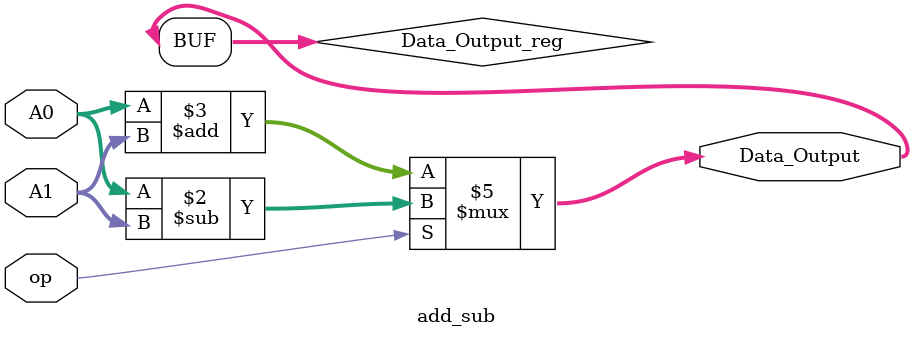
<source format=v>
/******************************************************************
* Description
*	This is a simple adder/substractor with a parameter for the width of the input and output.
* Inputs:
*	op: Operation to be executed 0 -> Add, 1 -> Sub
*  A0: Operand 0 input
*	A1:	Operand 1 input
* Outputs:
* 	Data_Output: Output data
*	1.0
* Author:
*	José Antonio Rodríguez Castañeda
* email:
*	md193781@iteso.mx
* Date:
*	11/10/2018
******************************************************************/
module add_sub
#(
	parameter WORD_LENGTH = 32
)
(
	input op,
	input [WORD_LENGTH - 1 : 0] A0,
	input [WORD_LENGTH - 1 : 0] A1,
	
	output [WORD_LENGTH - 1 : 0] Data_Output

);

reg [WORD_LENGTH - 1 : 0] Data_Output_reg;

	always@(op, A0 or A1) begin
	
		if(op)
			Data_Output_reg = A0 - A1;
		else
			Data_Output_reg = A0 + A1;
	end
	
assign Data_Output = Data_Output_reg;

endmodule
</source>
